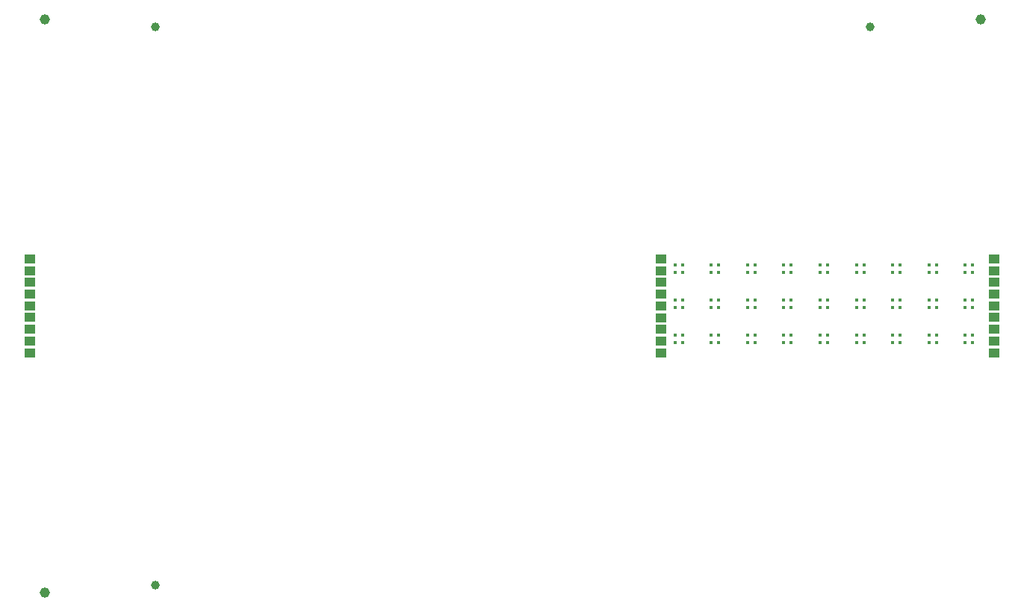
<source format=gts>
G04 #@! TF.GenerationSoftware,KiCad,Pcbnew,7.0.2-6a45011f42~172~ubuntu22.04.1*
G04 #@! TF.CreationDate,2023-07-03T14:39:39+08:00*
G04 #@! TF.ProjectId,panel_3_1,70616e65-6c5f-4335-9f31-2e6b69636164,rev?*
G04 #@! TF.SameCoordinates,Original*
G04 #@! TF.FileFunction,Soldermask,Top*
G04 #@! TF.FilePolarity,Negative*
%FSLAX46Y46*%
G04 Gerber Fmt 4.6, Leading zero omitted, Abs format (unit mm)*
G04 Created by KiCad (PCBNEW 7.0.2-6a45011f42~172~ubuntu22.04.1) date 2023-07-03 14:39:39*
%MOMM*%
%LPD*%
G01*
G04 APERTURE LIST*
%ADD10C,1.152000*%
%ADD11R,1.200000X1.000000*%
%ADD12R,0.450000X0.450000*%
%ADD13C,1.000000*%
G04 APERTURE END LIST*
D10*
G04 #@! TO.C,REF\u002A\u002A*
X2500000Y-67500000D03*
G04 #@! TD*
D11*
G04 #@! TO.C,J8*
X788163Y-37675000D03*
G04 #@! TD*
G04 #@! TO.C,J6*
X110140000Y-29675000D03*
G04 #@! TD*
D12*
G04 #@! TO.C,U2*
X78884299Y-39195000D03*
X78034299Y-39195000D03*
X78884299Y-38345000D03*
X78034299Y-38345000D03*
G04 #@! TD*
D11*
G04 #@! TO.C,J4*
X110140000Y-31000000D03*
G04 #@! TD*
G04 #@! TO.C,J5*
X110140000Y-36325000D03*
G04 #@! TD*
G04 #@! TO.C,J1*
X72370000Y-40330000D03*
G04 #@! TD*
G04 #@! TO.C,J6*
X110140000Y-37675000D03*
G04 #@! TD*
G04 #@! TO.C,J3*
X72370000Y-31005000D03*
G04 #@! TD*
D12*
G04 #@! TO.C,U9*
X107680000Y-35195000D03*
X106830000Y-35195000D03*
X107680000Y-34345000D03*
X106830000Y-34345000D03*
G04 #@! TD*
G04 #@! TO.C,U6*
X95338983Y-35195000D03*
X94488983Y-35195000D03*
X95338983Y-34345000D03*
X94488983Y-34345000D03*
G04 #@! TD*
D11*
G04 #@! TO.C,J8*
X788163Y-29675000D03*
G04 #@! TD*
D12*
G04 #@! TO.C,U2*
X78884299Y-35195000D03*
X78034299Y-35195000D03*
X78884299Y-34345000D03*
X78034299Y-34345000D03*
G04 #@! TD*
G04 #@! TO.C,U7*
X99452654Y-31195000D03*
X98602654Y-31195000D03*
X99452654Y-30345000D03*
X98602654Y-30345000D03*
G04 #@! TD*
D11*
G04 #@! TO.C,J2*
X72370000Y-37680000D03*
G04 #@! TD*
D12*
G04 #@! TO.C,U9*
X107680000Y-31195000D03*
X106830000Y-31195000D03*
X107680000Y-30345000D03*
X106830000Y-30345000D03*
G04 #@! TD*
G04 #@! TO.C,U3*
X82997970Y-39195000D03*
X82147970Y-39195000D03*
X82997970Y-38345000D03*
X82147970Y-38345000D03*
G04 #@! TD*
G04 #@! TO.C,U8*
X103566325Y-31195000D03*
X102716325Y-31195000D03*
X103566325Y-30345000D03*
X102716325Y-30345000D03*
G04 #@! TD*
G04 #@! TO.C,U6*
X95338983Y-39195000D03*
X94488983Y-39195000D03*
X95338983Y-38345000D03*
X94488983Y-38345000D03*
G04 #@! TD*
G04 #@! TO.C,U4*
X87111641Y-39195000D03*
X86261641Y-39195000D03*
X87111641Y-38345000D03*
X86261641Y-38345000D03*
G04 #@! TD*
D11*
G04 #@! TO.C,J7*
X783163Y-40325000D03*
G04 #@! TD*
G04 #@! TO.C,J1*
X72370000Y-36330000D03*
G04 #@! TD*
D12*
G04 #@! TO.C,U5*
X91225312Y-31195000D03*
X90375312Y-31195000D03*
X91225312Y-30345000D03*
X90375312Y-30345000D03*
G04 #@! TD*
D11*
G04 #@! TO.C,J9*
X788163Y-39000000D03*
G04 #@! TD*
D10*
G04 #@! TO.C,REF\u002A\u002A*
X108590000Y-2500000D03*
G04 #@! TD*
D11*
G04 #@! TO.C,J7*
X783163Y-36325000D03*
G04 #@! TD*
G04 #@! TO.C,J2*
X72370000Y-33680000D03*
G04 #@! TD*
G04 #@! TO.C,J4*
X110140000Y-39000000D03*
G04 #@! TD*
D12*
G04 #@! TO.C,U1*
X74770628Y-35195000D03*
X73920628Y-35195000D03*
X74770628Y-34345000D03*
X73920628Y-34345000D03*
G04 #@! TD*
G04 #@! TO.C,U3*
X82997970Y-35195000D03*
X82147970Y-35195000D03*
X82997970Y-34345000D03*
X82147970Y-34345000D03*
G04 #@! TD*
G04 #@! TO.C,U8*
X103566325Y-35195000D03*
X102716325Y-35195000D03*
X103566325Y-34345000D03*
X102716325Y-34345000D03*
G04 #@! TD*
D11*
G04 #@! TO.C,J9*
X788163Y-35000000D03*
G04 #@! TD*
D13*
G04 #@! TO.C,REF\u002A\u002A*
X96090000Y-3350000D03*
G04 #@! TD*
D12*
G04 #@! TO.C,U7*
X99452654Y-35195000D03*
X98602654Y-35195000D03*
X99452654Y-34345000D03*
X98602654Y-34345000D03*
G04 #@! TD*
G04 #@! TO.C,U6*
X95338983Y-31195000D03*
X94488983Y-31195000D03*
X95338983Y-30345000D03*
X94488983Y-30345000D03*
G04 #@! TD*
D11*
G04 #@! TO.C,J3*
X72370000Y-39005000D03*
G04 #@! TD*
D12*
G04 #@! TO.C,U7*
X99452654Y-39195000D03*
X98602654Y-39195000D03*
X99452654Y-38345000D03*
X98602654Y-38345000D03*
G04 #@! TD*
G04 #@! TO.C,U2*
X78884299Y-31195000D03*
X78034299Y-31195000D03*
X78884299Y-30345000D03*
X78034299Y-30345000D03*
G04 #@! TD*
D11*
G04 #@! TO.C,J5*
X110140000Y-32325000D03*
G04 #@! TD*
D12*
G04 #@! TO.C,U8*
X103566325Y-39195000D03*
X102716325Y-39195000D03*
X103566325Y-38345000D03*
X102716325Y-38345000D03*
G04 #@! TD*
D11*
G04 #@! TO.C,J6*
X110140000Y-33675000D03*
G04 #@! TD*
G04 #@! TO.C,J8*
X788163Y-33675000D03*
G04 #@! TD*
G04 #@! TO.C,J4*
X110140000Y-35000000D03*
G04 #@! TD*
G04 #@! TO.C,J9*
X788163Y-31000000D03*
G04 #@! TD*
D12*
G04 #@! TO.C,U1*
X74770628Y-31195000D03*
X73920628Y-31195000D03*
X74770628Y-30345000D03*
X73920628Y-30345000D03*
G04 #@! TD*
G04 #@! TO.C,U5*
X91225312Y-35195000D03*
X90375312Y-35195000D03*
X91225312Y-34345000D03*
X90375312Y-34345000D03*
G04 #@! TD*
G04 #@! TO.C,U4*
X87111641Y-31195000D03*
X86261641Y-31195000D03*
X87111641Y-30345000D03*
X86261641Y-30345000D03*
G04 #@! TD*
D11*
G04 #@! TO.C,J7*
X783163Y-32325000D03*
G04 #@! TD*
D12*
G04 #@! TO.C,U4*
X87111641Y-35195000D03*
X86261641Y-35195000D03*
X87111641Y-34345000D03*
X86261641Y-34345000D03*
G04 #@! TD*
G04 #@! TO.C,U3*
X82997970Y-31195000D03*
X82147970Y-31195000D03*
X82997970Y-30345000D03*
X82147970Y-30345000D03*
G04 #@! TD*
G04 #@! TO.C,U9*
X107680000Y-39195000D03*
X106830000Y-39195000D03*
X107680000Y-38345000D03*
X106830000Y-38345000D03*
G04 #@! TD*
G04 #@! TO.C,U1*
X74770628Y-39195000D03*
X73920628Y-39195000D03*
X74770628Y-38345000D03*
X73920628Y-38345000D03*
G04 #@! TD*
D13*
G04 #@! TO.C,REF\u002A\u002A*
X15000000Y-3350000D03*
G04 #@! TD*
D11*
G04 #@! TO.C,J3*
X72370000Y-35005000D03*
G04 #@! TD*
D12*
G04 #@! TO.C,U5*
X91225312Y-39195000D03*
X90375312Y-39195000D03*
X91225312Y-38345000D03*
X90375312Y-38345000D03*
G04 #@! TD*
D13*
G04 #@! TO.C,REF\u002A\u002A*
X15000000Y-66650000D03*
G04 #@! TD*
D10*
G04 #@! TO.C,REF\u002A\u002A*
X2500000Y-2500000D03*
G04 #@! TD*
D11*
G04 #@! TO.C,J1*
X72370000Y-32330000D03*
G04 #@! TD*
G04 #@! TO.C,J2*
X72370000Y-29680000D03*
G04 #@! TD*
G04 #@! TO.C,J5*
X110140000Y-40325000D03*
G04 #@! TD*
M02*

</source>
